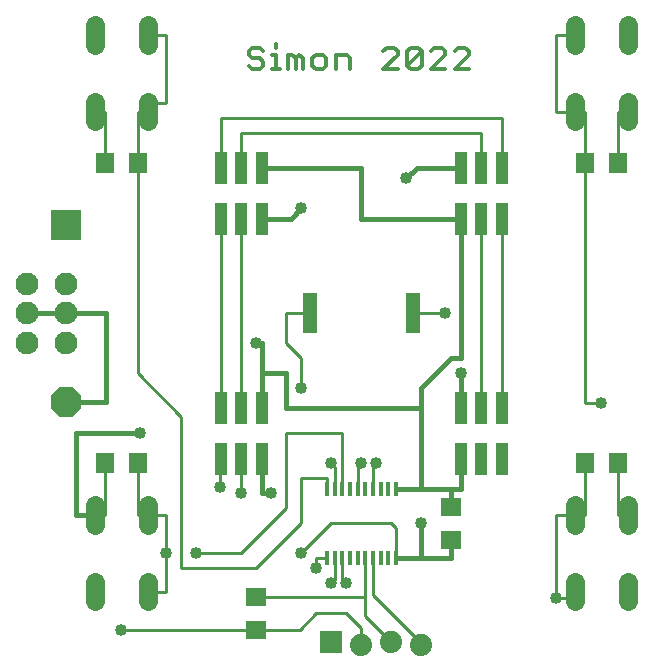
<source format=gtl>
G04 EAGLE Gerber RS-274X export*
G75*
%MOIN*%
%FSLAX36Y36*%
%LPD*%
%INTop Copper Layer*%
%IPPOS*%
%AMOC8*
5,1,8,0,0,1.08239X$1,22.5*%
G01*
%ADD10C,0.014000*%
%ADD11P,0.108239X8X292.500000*%
%ADD12R,0.100000X0.100000*%
%ADD13R,0.062992X0.070866*%
%ADD14R,0.070866X0.062992*%
%ADD15R,0.074000X0.074000*%
%ADD16C,0.074000*%
%ADD17R,0.043307X0.105512*%
%ADD18R,0.070984X0.062992*%
%ADD19R,0.011811X0.047236*%
%ADD20C,0.076000*%
%ADD21C,0.064000*%
%ADD22R,0.051181X0.133858*%
%ADD23C,0.010000*%
%ADD24C,0.040000*%
%ADD25C,0.016000*%


D10*
X872301Y2074051D02*
X860290Y2086062D01*
X836270Y2086062D01*
X824260Y2074051D01*
X824260Y2062041D01*
X836270Y2050031D01*
X860290Y2050031D01*
X872301Y2038020D01*
X872301Y2026010D01*
X860290Y2014000D01*
X836270Y2014000D01*
X824260Y2026010D01*
X903447Y2062041D02*
X915457Y2062041D01*
X915457Y2014000D01*
X903447Y2014000D02*
X927468Y2014000D01*
X915457Y2086062D02*
X915457Y2098072D01*
X956239Y2062041D02*
X956239Y2014000D01*
X956239Y2062041D02*
X968249Y2062041D01*
X980259Y2050031D01*
X980259Y2014000D01*
X980259Y2050031D02*
X992270Y2062041D01*
X1004280Y2050031D01*
X1004280Y2014000D01*
X1047437Y2014000D02*
X1071457Y2014000D01*
X1083468Y2026010D01*
X1083468Y2050031D01*
X1071457Y2062041D01*
X1047437Y2062041D01*
X1035427Y2050031D01*
X1035427Y2026010D01*
X1047437Y2014000D01*
X1114614Y2014000D02*
X1114614Y2062041D01*
X1150645Y2062041D01*
X1162655Y2050031D01*
X1162655Y2014000D01*
X1272989Y2014000D02*
X1321030Y2014000D01*
X1272989Y2014000D02*
X1321030Y2062041D01*
X1321030Y2074051D01*
X1309020Y2086062D01*
X1285000Y2086062D01*
X1272989Y2074051D01*
X1352177Y2074051D02*
X1352177Y2026010D01*
X1352177Y2074051D02*
X1364187Y2086062D01*
X1388208Y2086062D01*
X1400218Y2074051D01*
X1400218Y2026010D01*
X1388208Y2014000D01*
X1364187Y2014000D01*
X1352177Y2026010D01*
X1400218Y2074051D01*
X1431365Y2014000D02*
X1479406Y2014000D01*
X1431365Y2014000D02*
X1479406Y2062041D01*
X1479406Y2074051D01*
X1467395Y2086062D01*
X1443375Y2086062D01*
X1431365Y2074051D01*
X1510552Y2014000D02*
X1558593Y2014000D01*
X1510552Y2014000D02*
X1558593Y2062041D01*
X1558593Y2074051D01*
X1546583Y2086062D01*
X1522563Y2086062D01*
X1510552Y2074051D01*
D11*
X215748Y904724D03*
D12*
X215748Y1495276D03*
D13*
X455118Y700000D03*
X344882Y700000D03*
X455118Y1700000D03*
X344882Y1700000D03*
X1944882Y1700000D03*
X2055118Y1700000D03*
X1944882Y700000D03*
X2055118Y700000D03*
D14*
X1500000Y555118D03*
X1500000Y444882D03*
D15*
X1100000Y105000D03*
D16*
X1200000Y95000D03*
X1300000Y105000D03*
X1400000Y95000D03*
D17*
X866929Y884646D03*
X800000Y884646D03*
X733071Y884646D03*
X733071Y715354D03*
X800000Y715354D03*
X866929Y715354D03*
X866929Y1684646D03*
X800000Y1684646D03*
X733071Y1684646D03*
X733071Y1515354D03*
X800000Y1515354D03*
X866929Y1515354D03*
X1533071Y1515354D03*
X1600000Y1515354D03*
X1666929Y1515354D03*
X1666929Y1684646D03*
X1600000Y1684646D03*
X1533071Y1684646D03*
X1533071Y715354D03*
X1600000Y715354D03*
X1666929Y715354D03*
X1666929Y884646D03*
X1600000Y884646D03*
X1533071Y884646D03*
D18*
X850000Y144016D03*
X850000Y255984D03*
D19*
X1315154Y385827D03*
X1289563Y385827D03*
X1263976Y385827D03*
X1238386Y385827D03*
X1212795Y385827D03*
X1187205Y385827D03*
X1161614Y385827D03*
X1136024Y385827D03*
X1315154Y614177D03*
X1289563Y614177D03*
X1263976Y614177D03*
X1238386Y614177D03*
X1212795Y614177D03*
X1187205Y614177D03*
X1161614Y614177D03*
X1136024Y614177D03*
X1110433Y614177D03*
X1084846Y614177D03*
X1110433Y385827D03*
X1084846Y385827D03*
D20*
X85039Y1101575D03*
X85039Y1200000D03*
X85039Y1298425D03*
X214961Y1101575D03*
X214961Y1200000D03*
X214961Y1298425D03*
D21*
X489000Y560000D02*
X489000Y496000D01*
X311000Y496000D02*
X311000Y560000D01*
X489000Y304000D02*
X489000Y240000D01*
X311000Y240000D02*
X311000Y304000D01*
X489000Y2096000D02*
X489000Y2160000D01*
X311000Y2160000D02*
X311000Y2096000D01*
X489000Y1904000D02*
X489000Y1840000D01*
X311000Y1840000D02*
X311000Y1904000D01*
X1911000Y1904000D02*
X1911000Y1840000D01*
X2089000Y1840000D02*
X2089000Y1904000D01*
X1911000Y2096000D02*
X1911000Y2160000D01*
X2089000Y2160000D02*
X2089000Y2096000D01*
X1911000Y304000D02*
X1911000Y240000D01*
X2089000Y240000D02*
X2089000Y304000D01*
X1911000Y496000D02*
X1911000Y560000D01*
X2089000Y560000D02*
X2089000Y496000D01*
D22*
X1371260Y1200000D03*
X1028740Y1200000D03*
D23*
X733071Y884646D02*
X733071Y1515354D01*
X800000Y1515354D02*
X800000Y884646D01*
X733071Y1684646D02*
X733071Y1850000D01*
X1666929Y1850000D02*
X1666929Y1684646D01*
X1666929Y1850000D02*
X733071Y1850000D01*
X1600000Y1800000D02*
X1600000Y1684646D01*
X1600000Y1800000D02*
X800000Y1800000D01*
X800000Y1684646D01*
X1666929Y1515354D02*
X1666929Y884646D01*
X1600000Y884646D02*
X1600000Y1515354D01*
X1238386Y688386D02*
X1238386Y614177D01*
X1238386Y688386D02*
X1250000Y700000D01*
D24*
X1250000Y700000D03*
D23*
X730000Y712283D02*
X730000Y620000D01*
X730000Y712283D02*
X733071Y715354D01*
D24*
X730000Y620000D03*
D23*
X800000Y600000D02*
X800000Y715354D01*
X1187205Y687205D02*
X1187205Y614177D01*
X1187205Y687205D02*
X1200000Y700000D01*
D24*
X1200000Y700000D03*
X800000Y600000D03*
D23*
X2055118Y528000D02*
X2055118Y700000D01*
X2055118Y528000D02*
X2089000Y528000D01*
X2055118Y1700000D02*
X2055118Y1872000D01*
X2089000Y1872000D01*
X344882Y1872000D02*
X344882Y1700000D01*
X344882Y1872000D02*
X311000Y1872000D01*
D25*
X1400000Y385827D02*
X1500000Y385827D01*
X1500000Y444882D01*
X1533071Y884646D02*
X1531000Y886717D01*
X1531000Y1000000D01*
D24*
X1531000Y1000000D03*
X900000Y600000D03*
D25*
X866929Y600000D02*
X866929Y715354D01*
X866929Y600000D02*
X900000Y600000D01*
X866929Y1515354D02*
X965354Y1515354D01*
X1000000Y1550000D01*
D24*
X1000000Y1550000D03*
X1350000Y1650000D03*
D25*
X1384646Y1684646D01*
X1533071Y1684646D01*
X1400000Y500000D02*
X1400000Y385827D01*
D24*
X1400000Y500000D03*
X461000Y800000D03*
D23*
X344882Y700000D02*
X344882Y528000D01*
X311000Y528000D01*
D25*
X250000Y528000D01*
X250000Y800000D02*
X461000Y800000D01*
X250000Y800000D02*
X250000Y528000D01*
X1315154Y385827D02*
X1400000Y385827D01*
D23*
X1315154Y385827D02*
X1315154Y484846D01*
X1300000Y500000D01*
X1100000Y500000D01*
X1000000Y400000D01*
D24*
X1000000Y400000D03*
D25*
X866929Y1684646D02*
X1200000Y1684646D01*
X1200000Y1515354D02*
X1533071Y1515354D01*
X1200000Y1515354D02*
X1200000Y1684646D01*
X1315154Y614177D02*
X1400000Y614177D01*
X1500000Y614177D01*
X1500000Y555118D01*
X1533071Y614177D02*
X1533071Y715354D01*
X1533071Y614177D02*
X1500000Y614177D01*
X1400000Y884646D02*
X950000Y884646D01*
X1400000Y884646D02*
X1400000Y614177D01*
X1533071Y1050000D02*
X1533071Y1515354D01*
D24*
X850000Y1101575D03*
D25*
X866929Y1101575D01*
X1400000Y950000D02*
X1400000Y884646D01*
X1400000Y950000D02*
X1500000Y1050000D01*
X1533071Y1050000D01*
X866929Y1000000D02*
X866929Y884646D01*
X866929Y1000000D02*
X866929Y1101575D01*
X950000Y1000000D02*
X950000Y884646D01*
X950000Y1000000D02*
X866929Y1000000D01*
D23*
X1200000Y150000D02*
X1200000Y95000D01*
X1200000Y150000D02*
X1150000Y200000D01*
X1050000Y200000D01*
X994016Y144016D02*
X850000Y144016D01*
X994016Y144016D02*
X1050000Y200000D01*
X850000Y144016D02*
X400000Y144016D01*
D24*
X400000Y144016D03*
D23*
X455118Y528000D02*
X455118Y700000D01*
X455118Y528000D02*
X489000Y528000D01*
X550000Y528000D01*
X550000Y272000D02*
X489000Y272000D01*
X550000Y272000D02*
X550000Y400000D01*
X550000Y528000D01*
X1136024Y614177D02*
X1136024Y800000D01*
X950000Y800000D02*
X950000Y550000D01*
X800000Y400000D01*
X650000Y400000D01*
X950000Y800000D02*
X1136024Y800000D01*
D24*
X650000Y400000D03*
X550000Y400000D03*
D23*
X455118Y1700000D02*
X455118Y1872000D01*
X489000Y1872000D01*
X489000Y1900000D01*
X550000Y1900000D01*
X550000Y2128000D02*
X489000Y2128000D01*
X550000Y2128000D02*
X550000Y1900000D01*
X455118Y1700000D02*
X455118Y1000000D01*
X600000Y350000D02*
X850000Y350000D01*
X1084846Y614177D02*
X1084846Y650000D01*
X1000000Y650000D01*
X1000000Y500000D01*
X850000Y350000D01*
X600000Y855118D02*
X455118Y1000000D01*
X600000Y855118D02*
X600000Y350000D01*
X1944882Y1700000D02*
X1944882Y1872000D01*
X1911000Y1872000D01*
X1944882Y1700000D02*
X1944882Y900000D01*
D24*
X2000000Y900000D03*
D23*
X1944882Y900000D01*
X1084846Y385827D02*
X1050000Y385827D01*
X1050000Y350000D01*
D24*
X1050000Y350000D03*
D23*
X1850000Y2128000D02*
X1911000Y2128000D01*
X1911000Y1872000D02*
X1850000Y1872000D01*
X1850000Y2128000D01*
X1110433Y385827D02*
X1110433Y310433D01*
X1100000Y300000D01*
D24*
X1100000Y300000D03*
D23*
X1944882Y528000D02*
X1944882Y700000D01*
X1944882Y528000D02*
X1911000Y528000D01*
X1911000Y272000D02*
X1911000Y250000D01*
X1850000Y250000D01*
X1850000Y528000D02*
X1911000Y528000D01*
X1850000Y528000D02*
X1850000Y250000D01*
D24*
X1850000Y250000D03*
X1100000Y700000D03*
D23*
X1110433Y689567D02*
X1110433Y614177D01*
X1110433Y689567D02*
X1100000Y700000D01*
X950000Y1100000D02*
X950000Y1200000D01*
X1000000Y1050000D02*
X1000000Y950000D01*
X1000000Y1050000D02*
X950000Y1100000D01*
X950000Y1200000D02*
X1028740Y1200000D01*
D24*
X1000000Y950000D03*
D23*
X1136024Y385827D02*
X1136024Y313976D01*
X1150000Y300000D01*
D24*
X1150000Y300000D03*
D23*
X1371260Y1200000D02*
X1480000Y1200000D01*
D24*
X1480000Y1200000D03*
D23*
X1238386Y385827D02*
X1238386Y261614D01*
X1400000Y100000D02*
X1400000Y95000D01*
X1400000Y100000D02*
X1238386Y261614D01*
X1212795Y192205D02*
X1300000Y105000D01*
X1212795Y192205D02*
X1212795Y250000D01*
X1212795Y385827D01*
X1206811Y255984D02*
X850000Y255984D01*
X1206811Y255984D02*
X1212795Y250000D01*
D25*
X350000Y904724D02*
X215748Y904724D01*
X350000Y904724D02*
X350000Y1200000D01*
X214961Y1200000D01*
X85039Y1200000D01*
M02*

</source>
